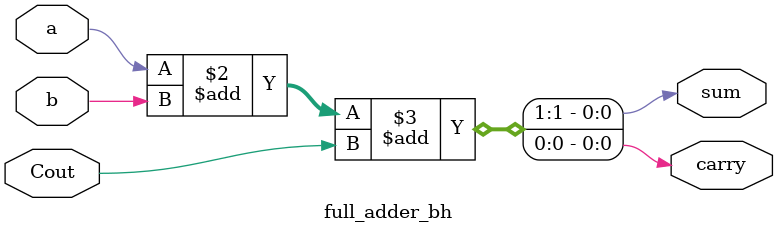
<source format=v>
`timescale 1ns / 1ps

module full_adder_bh (
    output reg sum, carry,
    input a, b, Cout
);
    always @(*)
    begin
 {sum,carry} = a + b + Cout;
 end 
endmodule
</source>
